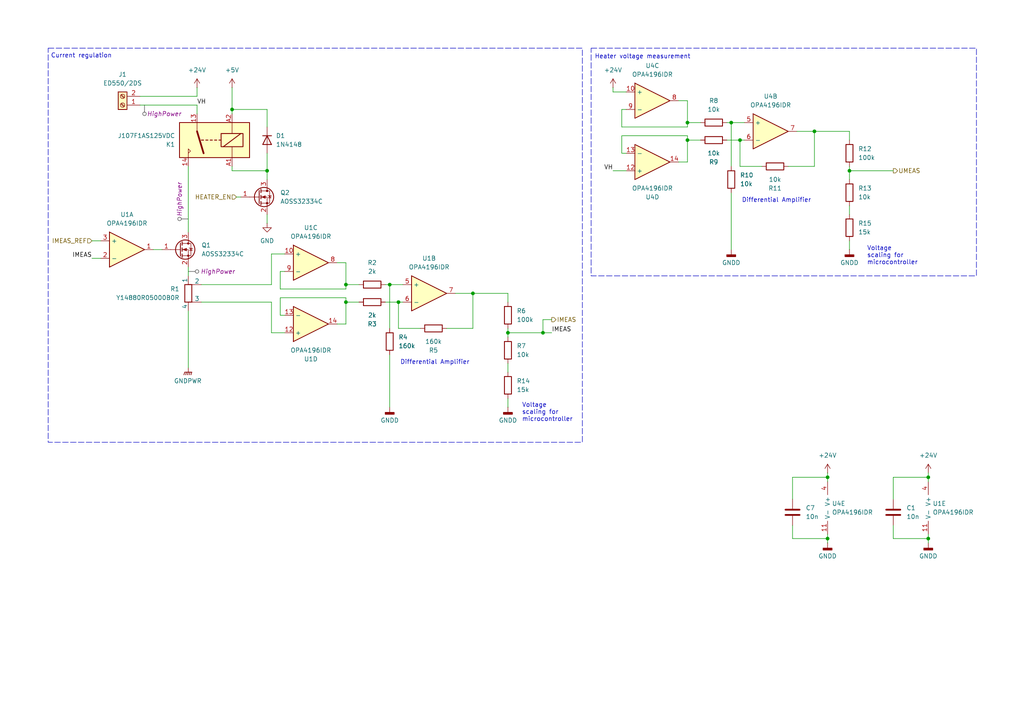
<source format=kicad_sch>
(kicad_sch (version 20231120) (generator "eeschema") (generator_version "8.0")
  (paper "A4")
  (lib_symbols
    (symbol "Connector:Screw_Terminal_01x02" (pin_names (offset 1.016) hide)
      (property "Reference" "J" (at 0 2.54 0))
      (property "Value" "Screw_Terminal_01x02" (at 0 -5.08 0))
      (symbol "Screw_Terminal_01x02_1_1"
        (rectangle (start -1.27 1.27) (end 1.27 -3.81) (stroke (width 0.254)) (fill (type background)))
        (circle (center 0 -2.54) (radius 0.635) (stroke (width 0.1524)))
        (polyline (pts (xy -0.5334 -2.2098) (xy 0.3302 -3.048)) (stroke (width 0.1524)))
        (polyline (pts (xy -0.5334 0.3302) (xy 0.3302 -0.508)) (stroke (width 0.1524)))
        (polyline (pts (xy -0.3556 -2.032) (xy 0.508 -2.8702)) (stroke (width 0.1524)))
        (polyline (pts (xy -0.3556 0.508) (xy 0.508 -0.3302)) (stroke (width 0.1524)))
        (circle (center 0 0) (radius 0.635) (stroke (width 0.1524)))
        (pin passive line (at -5.08 0 0) (length 3.81) (name "Pin_1") (number "1"))
        (pin passive line (at -5.08 -2.54 0) (length 3.81) (name "Pin_2") (number "2"))
      )
    )
    (symbol "Device:C" (pin_numbers hide) (pin_names (offset 0.254))
      (property "Reference" "C" (at 0.635 2.54 0))
      (property "Value" "C" (at 0.635 -2.54 0))
      (symbol "C_0_1"
        (polyline (pts (xy -2.032 -0.762) (xy 2.032 -0.762)) (stroke (width 0.508)))
        (polyline (pts (xy -2.032 0.762) (xy 2.032 0.762)) (stroke (width 0.508)))
      )
      (symbol "C_1_1"
        (pin passive line (at 0 3.81 270) (length 2.794) (name "~") (number "1"))
        (pin passive line (at 0 -3.81 90) (length 2.794) (name "~") (number "2"))
      )
    )
    (symbol "Device:Opamp_Quad"
      (property "Reference" "U" (at 0 5.08 0))
      (property "Value" "Opamp_Quad" (at 0 -5.08 0))
      (symbol "Opamp_Quad_1_1"
        (polyline (pts (xy -5.08 5.08) (xy 5.08 0) (xy -5.08 -5.08) (xy -5.08 5.08)) (stroke (width 0.254)) (fill (type background)))
        (pin output line (at 7.62 0 180) (length 2.54) (name "~") (number "1"))
        (pin input line (at -7.62 -2.54 0) (length 2.54) (name "-") (number "2"))
        (pin input line (at -7.62 2.54 0) (length 2.54) (name "+") (number "3"))
      )
      (symbol "Opamp_Quad_2_1"
        (polyline (pts (xy -5.08 5.08) (xy 5.08 0) (xy -5.08 -5.08) (xy -5.08 5.08)) (stroke (width 0.254)) (fill (type background)))
        (pin input line (at -7.62 2.54 0) (length 2.54) (name "+") (number "5"))
        (pin input line (at -7.62 -2.54 0) (length 2.54) (name "-") (number "6"))
        (pin output line (at 7.62 0 180) (length 2.54) (name "~") (number "7"))
      )
      (symbol "Opamp_Quad_3_1"
        (polyline (pts (xy -5.08 5.08) (xy 5.08 0) (xy -5.08 -5.08) (xy -5.08 5.08)) (stroke (width 0.254)) (fill (type background)))
        (pin input line (at -7.62 2.54 0) (length 2.54) (name "+") (number "10"))
        (pin output line (at 7.62 0 180) (length 2.54) (name "~") (number "8"))
        (pin input line (at -7.62 -2.54 0) (length 2.54) (name "-") (number "9"))
      )
      (symbol "Opamp_Quad_4_1"
        (polyline (pts (xy -5.08 5.08) (xy 5.08 0) (xy -5.08 -5.08) (xy -5.08 5.08)) (stroke (width 0.254)) (fill (type background)))
        (pin input line (at -7.62 2.54 0) (length 2.54) (name "+") (number "12"))
        (pin input line (at -7.62 -2.54 0) (length 2.54) (name "-") (number "13"))
        (pin output line (at 7.62 0 180) (length 2.54) (name "~") (number "14"))
      )
      (symbol "Opamp_Quad_5_1"
        (pin power_in line (at -2.54 -7.62 90) (length 3.81) (name "V-") (number "11"))
        (pin power_in line (at -2.54 7.62 270) (length 3.81) (name "V+") (number "4"))
      )
    )
    (symbol "Device:Q_NMOS_GSD" (pin_names (offset 0) hide)
      (property "Reference" "Q" (at 5.08 1.27 0))
      (property "Value" "Q_NMOS_GSD" (at 5.08 -1.27 0))
      (symbol "Q_NMOS_GSD_0_1"
        (polyline (pts (xy 0.254 0) (xy -2.54 0)))
        (polyline (pts (xy 0.254 1.905) (xy 0.254 -1.905)) (stroke (width 0.254)))
        (polyline (pts (xy 0.762 -1.27) (xy 0.762 -2.286)) (stroke (width 0.254)))
        (polyline (pts (xy 0.762 0.508) (xy 0.762 -0.508)) (stroke (width 0.254)))
        (polyline (pts (xy 0.762 2.286) (xy 0.762 1.27)) (stroke (width 0.254)))
        (polyline (pts (xy 2.54 2.54) (xy 2.54 1.778)))
        (polyline (pts (xy 2.54 -2.54) (xy 2.54 0) (xy 0.762 0)))
        (polyline (pts (xy 0.762 -1.778) (xy 3.302 -1.778) (xy 3.302 1.778) (xy 0.762 1.778)))
        (polyline (pts (xy 1.016 0) (xy 2.032 0.381) (xy 2.032 -0.381) (xy 1.016 0)) (fill (type outline)))
        (polyline (pts (xy 2.794 0.508) (xy 2.921 0.381) (xy 3.683 0.381) (xy 3.81 0.254)))
        (polyline (pts (xy 3.302 0.381) (xy 2.921 -0.254) (xy 3.683 -0.254) (xy 3.302 0.381)))
        (circle (center 1.651 0) (radius 2.794) (stroke (width 0.254)))
        (circle (center 2.54 -1.778) (radius 0.254) (fill (type outline)))
        (circle (center 2.54 1.778) (radius 0.254) (fill (type outline)))
      )
      (symbol "Q_NMOS_GSD_1_1"
        (pin input line (at -5.08 0 0) (length 2.54) (name "G") (number "1"))
        (pin passive line (at 2.54 -5.08 90) (length 2.54) (name "S") (number "2"))
        (pin passive line (at 2.54 5.08 270) (length 2.54) (name "D") (number "3"))
      )
    )
    (symbol "Device:R" (pin_numbers hide) (pin_names (offset 0))
      (property "Reference" "R" (at 2.032 0 90))
      (property "Value" "R" (at 0 0 90))
      (symbol "R_0_1"
        (rectangle (start -1.016 -2.54) (end 1.016 2.54) (stroke (width 0.254)))
      )
      (symbol "R_1_1"
        (pin passive line (at 0 3.81 270) (length 1.27) (name "~") (number "1"))
        (pin passive line (at 0 -3.81 90) (length 1.27) (name "~") (number "2"))
      )
    )
    (symbol "Device:R_Shunt" (pin_numbers hide) (pin_names (offset 0))
      (property "Reference" "R" (at -4.445 0 90))
      (property "Value" "R_Shunt" (at -2.54 0 90))
      (symbol "R_Shunt_0_1"
        (rectangle (start -1.016 -2.54) (end 1.016 2.54) (stroke (width 0.254)))
        (polyline (pts (xy 0 -2.54) (xy 1.27 -2.54)))
        (polyline (pts (xy 1.27 2.54) (xy 0 2.54)))
      )
      (symbol "R_Shunt_1_1"
        (pin passive line (at 0 5.08 270) (length 2.54) (name "1") (number "1"))
        (pin passive line (at 3.81 2.54 180) (length 2.54) (name "2") (number "2"))
        (pin passive line (at 3.81 -2.54 180) (length 2.54) (name "3") (number "3"))
        (pin passive line (at 0 -5.08 90) (length 2.54) (name "4") (number "4"))
      )
    )
    (symbol "Diode:1N4148" (pin_numbers hide) (pin_names hide)
      (property "Reference" "D" (at 0 2.54 0))
      (property "Value" "1N4148" (at 0 -2.54 0))
      (symbol "1N4148_0_1"
        (polyline (pts (xy -1.27 1.27) (xy -1.27 -1.27)) (stroke (width 0.254)))
        (polyline (pts (xy 1.27 0) (xy -1.27 0)))
        (polyline (pts (xy 1.27 1.27) (xy 1.27 -1.27) (xy -1.27 0) (xy 1.27 1.27)) (stroke (width 0.254)))
      )
      (symbol "1N4148_1_1"
        (pin passive line (at -3.81 0 0) (length 2.54) (name "K") (number "1"))
        (pin passive line (at 3.81 0 180) (length 2.54) (name "A") (number "2"))
      )
    )
    (symbol "Relay:Relay_SPST-NO"
      (property "Reference" "K" (at 11.43 3.81 0))
      (property "Value" "Relay_SPST-NO" (at 11.43 1.27 0))
      (symbol "Relay_SPST-NO_0_0"
        (polyline (pts (xy 7.62 5.08) (xy 7.62 2.54) (xy 6.985 3.175) (xy 7.62 3.81)))
      )
      (symbol "Relay_SPST-NO_0_1"
        (rectangle (start -10.16 5.08) (end 10.16 -5.08) (stroke (width 0.254)) (fill (type background)))
        (rectangle (start -8.255 1.905) (end -1.905 -1.905) (stroke (width 0.254)))
        (polyline (pts (xy -7.62 -1.905) (xy -2.54 1.905)) (stroke (width 0.254)))
        (polyline (pts (xy -5.08 -5.08) (xy -5.08 -1.905)))
        (polyline (pts (xy -5.08 5.08) (xy -5.08 1.905)))
        (polyline (pts (xy -1.905 0) (xy -1.27 0)) (stroke (width 0.254)))
        (polyline (pts (xy -0.635 0) (xy 0 0)) (stroke (width 0.254)))
        (polyline (pts (xy 0.635 0) (xy 1.27 0)) (stroke (width 0.254)))
        (polyline (pts (xy 1.905 0) (xy 2.54 0)) (stroke (width 0.254)))
        (polyline (pts (xy 3.175 0) (xy 3.81 0)) (stroke (width 0.254)))
        (polyline (pts (xy 5.08 -2.54) (xy 3.175 3.81)) (stroke (width 0.508)))
        (polyline (pts (xy 5.08 -2.54) (xy 5.08 -5.08)))
      )
      (symbol "Relay_SPST-NO_1_1"
        (pin passive line (at 5.08 -7.62 90) (length 2.54) (name "~") (number "13"))
        (pin passive line (at 7.62 7.62 270) (length 2.54) (name "~") (number "14"))
        (pin passive line (at -5.08 7.62 270) (length 2.54) (name "~") (number "A1"))
        (pin passive line (at -5.08 -7.62 90) (length 2.54) (name "~") (number "A2"))
      )
    )
    (symbol "power:+24V" (power) (pin_numbers hide) (pin_names (offset 0) hide)
      (property "Value" "+24V" (at 0 3.556 0))
      (symbol "+24V_0_1"
        (polyline (pts (xy -0.762 1.27) (xy 0 2.54)))
        (polyline (pts (xy 0 0) (xy 0 2.54)))
        (polyline (pts (xy 0 2.54) (xy 0.762 1.27)))
      )
      (symbol "+24V_1_1"
        (pin power_in line (at 0 0 90) (length 0) (name "~") (number "1"))
      )
    )
    (symbol "power:+5V" (power) (pin_numbers hide) (pin_names (offset 0) hide)
      (property "Value" "+5V" (at 0 3.556 0))
      (symbol "+5V_0_1"
        (polyline (pts (xy -0.762 1.27) (xy 0 2.54)))
        (polyline (pts (xy 0 0) (xy 0 2.54)))
        (polyline (pts (xy 0 2.54) (xy 0.762 1.27)))
      )
      (symbol "+5V_1_1"
        (pin power_in line (at 0 0 90) (length 0) (name "~") (number "1"))
      )
    )
    (symbol "power:GND" (power) (pin_numbers hide) (pin_names (offset 0) hide)
      (property "Value" "GND" (at 0 -3.81 0))
      (symbol "GND_0_1"
        (polyline (pts (xy 0 0) (xy 0 -1.27) (xy 1.27 -1.27) (xy 0 -2.54) (xy -1.27 -1.27) (xy 0 -1.27)))
      )
      (symbol "GND_1_1"
        (pin power_in line (at 0 0 270) (length 0) (name "~") (number "1"))
      )
    )
    (symbol "power:GNDD" (power) (pin_numbers hide) (pin_names (offset 0) hide)
      (property "Value" "GNDD" (at 0 -3.175 0))
      (symbol "GNDD_0_1"
        (rectangle (start -1.27 -1.524) (end 1.27 -2.032) (stroke (width 0.254)) (fill (type outline)))
        (polyline (pts (xy 0 0) (xy 0 -1.524)))
      )
      (symbol "GNDD_1_1"
        (pin power_in line (at 0 0 270) (length 0) (name "~") (number "1"))
      )
    )
    (symbol "power:GNDPWR" (power) (pin_numbers hide) (pin_names (offset 0) hide)
      (property "Value" "GNDPWR" (at 0 -3.302 0))
      (symbol "GNDPWR_0_1"
        (polyline (pts (xy 0 -1.27) (xy 0 0)))
        (polyline (pts (xy -1.016 -1.27) (xy -1.27 -2.032) (xy -1.27 -2.032)) (stroke (width 0.2032)))
        (polyline (pts (xy -0.508 -1.27) (xy -0.762 -2.032) (xy -0.762 -2.032)) (stroke (width 0.2032)))
        (polyline (pts (xy 0 -1.27) (xy -0.254 -2.032) (xy -0.254 -2.032)) (stroke (width 0.2032)))
        (polyline (pts (xy 0.508 -1.27) (xy 0.254 -2.032) (xy 0.254 -2.032)) (stroke (width 0.2032)))
        (polyline (pts (xy 1.016 -1.27) (xy -1.016 -1.27) (xy -1.016 -1.27)) (stroke (width 0.2032)))
        (polyline (pts (xy 1.016 -1.27) (xy 0.762 -2.032) (xy 0.762 -2.032) (xy 0.762 -2.032)) (stroke (width 0.2032)))
      )
      (symbol "GNDPWR_1_1"
        (pin power_in line (at 0 0 270) (length 0) (name "~") (number "1"))
      )
    )
  )
  (junction (at 246.38 49.53))
  (junction (at 240.03 138.43))
  (junction (at 269.24 156.21))
  (junction (at 147.32 96.52))
  (junction (at 113.03 82.55))
  (junction (at 214.63 40.64))
  (junction (at 100.33 82.55))
  (junction (at 100.33 87.63))
  (junction (at 212.09 35.56))
  (junction (at 157.48 96.52))
  (junction (at 199.39 40.64))
  (junction (at 240.03 156.21))
  (junction (at 67.31 31.75))
  (junction (at 236.22 38.1))
  (junction (at 137.16 85.09))
  (junction (at 115.57 87.63))
  (junction (at 269.24 138.43))
  (junction (at 199.39 35.56))
  (junction (at 77.47 49.53))
  (wire (pts (xy 58.42 82.55) (xy 78.74 82.55)))
  (wire (pts (xy 132.08 85.09) (xy 137.16 85.09)))
  (wire (pts (xy 147.32 96.52) (xy 157.48 96.52)))
  (wire (pts (xy 78.74 96.52) (xy 82.55 96.52)))
  (wire (pts (xy 199.39 39.37) (xy 199.39 40.64)))
  (wire (pts (xy 100.33 87.63) (xy 104.14 87.63)))
  (wire (pts (xy 54.61 48.26) (xy 54.61 67.31)))
  (wire (pts (xy 78.74 73.66) (xy 82.55 73.66)))
  (wire (pts (xy 214.63 40.64) (xy 215.9 40.64)))
  (wire (pts (xy 97.79 93.98) (xy 100.33 93.98)))
  (wire (pts (xy 58.42 87.63) (xy 78.74 87.63)))
  (wire (pts (xy 147.32 115.57) (xy 147.32 118.11)))
  (wire (pts (xy 81.28 91.44) (xy 81.28 86.36)))
  (wire (pts (xy 269.24 156.21) (xy 269.24 157.48)))
  (wire (pts (xy 157.48 96.52) (xy 160.02 96.52)))
  (wire (pts (xy 57.15 30.48) (xy 57.15 33.02)))
  (wire (pts (xy 229.87 144.78) (xy 229.87 138.43)))
  (wire (pts (xy 44.45 72.39) (xy 46.99 72.39)))
  (wire (pts (xy 180.34 44.45) (xy 180.34 39.37)))
  (wire (pts (xy 210.82 40.64) (xy 214.63 40.64)))
  (wire (pts (xy 177.8 26.67) (xy 181.61 26.67)))
  (wire (pts (xy 147.32 96.52) (xy 147.32 97.79)))
  (wire (pts (xy 231.14 38.1) (xy 236.22 38.1)))
  (wire (pts (xy 115.57 87.63) (xy 116.84 87.63)))
  (wire (pts (xy 54.61 77.47) (xy 54.61 80.01)))
  (wire (pts (xy 269.24 137.16) (xy 269.24 138.43)))
  (wire (pts (xy 212.09 35.56) (xy 215.9 35.56)))
  (wire (pts (xy 77.47 49.53) (xy 77.47 52.07)))
  (wire (pts (xy 240.03 138.43) (xy 240.03 139.7)))
  (wire (pts (xy 177.8 49.53) (xy 181.61 49.53)))
  (wire (pts (xy 100.33 82.55) (xy 100.33 76.2)))
  (wire (pts (xy 81.28 78.74) (xy 82.55 78.74)))
  (wire (pts (xy 199.39 36.83) (xy 199.39 35.56)))
  (wire (pts (xy 180.34 31.75) (xy 181.61 31.75)))
  (wire (pts (xy 81.28 83.82) (xy 100.33 83.82)))
  (wire (pts (xy 246.38 38.1) (xy 246.38 40.64)))
  (wire (pts (xy 246.38 59.69) (xy 246.38 62.23)))
  (wire (pts (xy 77.47 44.45) (xy 77.47 49.53)))
  (wire (pts (xy 113.03 102.87) (xy 113.03 118.11)))
  (wire (pts (xy 269.24 154.94) (xy 269.24 156.21)))
  (wire (pts (xy 129.54 95.25) (xy 137.16 95.25)))
  (wire (pts (xy 40.64 30.48) (xy 57.15 30.48)))
  (wire (pts (xy 269.24 138.43) (xy 269.24 139.7)))
  (wire (pts (xy 137.16 95.25) (xy 137.16 85.09)))
  (wire (pts (xy 147.32 105.41) (xy 147.32 107.95)))
  (wire (pts (xy 78.74 87.63) (xy 78.74 96.52)))
  (wire (pts (xy 111.76 87.63) (xy 115.57 87.63)))
  (wire (pts (xy 113.03 82.55) (xy 116.84 82.55)))
  (wire (pts (xy 246.38 69.85) (xy 246.38 72.39)))
  (wire (pts (xy 77.47 36.83) (xy 77.47 31.75)))
  (wire (pts (xy 177.8 26.67) (xy 177.8 25.4)))
  (wire (pts (xy 54.61 90.17) (xy 54.61 106.68)))
  (wire (pts (xy 26.67 74.93) (xy 29.21 74.93)))
  (wire (pts (xy 259.08 138.43) (xy 269.24 138.43)))
  (wire (pts (xy 259.08 144.78) (xy 259.08 138.43)))
  (wire (pts (xy 147.32 85.09) (xy 147.32 87.63)))
  (wire (pts (xy 77.47 62.23) (xy 77.47 64.77)))
  (wire (pts (xy 199.39 35.56) (xy 199.39 29.21)))
  (wire (pts (xy 67.31 25.4) (xy 67.31 31.75)))
  (wire (pts (xy 240.03 154.94) (xy 240.03 156.21)))
  (wire (pts (xy 67.31 49.53) (xy 67.31 48.26)))
  (wire (pts (xy 67.31 31.75) (xy 77.47 31.75)))
  (wire (pts (xy 67.31 49.53) (xy 77.47 49.53)))
  (wire (pts (xy 180.34 39.37) (xy 199.39 39.37)))
  (wire (pts (xy 229.87 156.21) (xy 240.03 156.21)))
  (wire (pts (xy 246.38 48.26) (xy 246.38 49.53)))
  (wire (pts (xy 212.09 55.88) (xy 212.09 72.39)))
  (wire (pts (xy 199.39 35.56) (xy 203.2 35.56)))
  (wire (pts (xy 259.08 156.21) (xy 269.24 156.21)))
  (wire (pts (xy 220.98 48.26) (xy 214.63 48.26)))
  (wire (pts (xy 121.92 95.25) (xy 115.57 95.25)))
  (wire (pts (xy 180.34 31.75) (xy 180.34 36.83)))
  (wire (pts (xy 100.33 82.55) (xy 104.14 82.55)))
  (wire (pts (xy 78.74 82.55) (xy 78.74 73.66)))
  (wire (pts (xy 100.33 86.36) (xy 100.33 87.63)))
  (wire (pts (xy 236.22 48.26) (xy 236.22 38.1)))
  (wire (pts (xy 180.34 36.83) (xy 199.39 36.83)))
  (wire (pts (xy 199.39 29.21) (xy 196.85 29.21)))
  (wire (pts (xy 214.63 48.26) (xy 214.63 40.64)))
  (wire (pts (xy 68.58 57.15) (xy 69.85 57.15)))
  (wire (pts (xy 81.28 91.44) (xy 82.55 91.44)))
  (wire (pts (xy 212.09 35.56) (xy 212.09 48.26)))
  (wire (pts (xy 160.02 92.71) (xy 157.48 92.71)))
  (wire (pts (xy 240.03 137.16) (xy 240.03 138.43)))
  (wire (pts (xy 67.31 31.75) (xy 67.31 33.02)))
  (wire (pts (xy 229.87 138.43) (xy 240.03 138.43)))
  (wire (pts (xy 210.82 35.56) (xy 212.09 35.56)))
  (wire (pts (xy 115.57 95.25) (xy 115.57 87.63)))
  (wire (pts (xy 196.85 46.99) (xy 199.39 46.99)))
  (wire (pts (xy 111.76 82.55) (xy 113.03 82.55)))
  (wire (pts (xy 157.48 92.71) (xy 157.48 96.52)))
  (wire (pts (xy 81.28 86.36) (xy 100.33 86.36)))
  (wire (pts (xy 57.15 27.94) (xy 40.64 27.94)))
  (wire (pts (xy 100.33 87.63) (xy 100.33 93.98)))
  (wire (pts (xy 26.67 69.85) (xy 29.21 69.85)))
  (wire (pts (xy 246.38 49.53) (xy 259.08 49.53)))
  (wire (pts (xy 81.28 78.74) (xy 81.28 83.82)))
  (wire (pts (xy 259.08 152.4) (xy 259.08 156.21)))
  (wire (pts (xy 57.15 25.4) (xy 57.15 27.94)))
  (wire (pts (xy 240.03 156.21) (xy 240.03 157.48)))
  (wire (pts (xy 229.87 152.4) (xy 229.87 156.21)))
  (wire (pts (xy 199.39 40.64) (xy 199.39 46.99)))
  (wire (pts (xy 147.32 95.25) (xy 147.32 96.52)))
  (wire (pts (xy 100.33 76.2) (xy 97.79 76.2)))
  (wire (pts (xy 236.22 38.1) (xy 246.38 38.1)))
  (wire (pts (xy 199.39 40.64) (xy 203.2 40.64)))
  (wire (pts (xy 228.6 48.26) (xy 236.22 48.26)))
  (wire (pts (xy 113.03 82.55) (xy 113.03 95.25)))
  (wire (pts (xy 246.38 49.53) (xy 246.38 52.07)))
  (wire (pts (xy 100.33 83.82) (xy 100.33 82.55)))
  (wire (pts (xy 137.16 85.09) (xy 147.32 85.09)))
  (wire (pts (xy 180.34 44.45) (xy 181.61 44.45)))
  (rectangle (start 13.97 13.97) (end 168.91 128.27) (stroke (width 0) (type dash)))
  (rectangle (start 171.45 13.97) (end 283.21 80.01) (stroke (width 0) (type dash)))
  (text "Differential Amplifier\n" (at 116.078 104.394 0) (effects (font (size 1.27 1.27)) (justify left top)))
  (text "Current regulation" (at 14.732 15.494 0) (effects (font (size 1.27 1.27)) (justify left top)))
  (text "Heater voltage measurement" (at 172.466 15.748 0) (effects (font (size 1.27 1.27)) (justify left top)))
  (text "Voltage\nscaling for\nmicrocontroller" (at 251.46 71.374 0) (effects (font (size 1.27 1.27)) (justify left top)))
  (text "Differential Amplifier\n" (at 215.138 57.404 0) (effects (font (size 1.27 1.27)) (justify left top)))
  (text "Voltage\nscaling for\nmicrocontroller" (at 151.384 116.84 0) (effects (font (size 1.27 1.27)) (justify left top)))
  (label "VH" (at 177.8 49.53 180))
  (label "IMEAS" (at 26.67 74.93 180))
  (label "IMEAS" (at 160.02 96.52 0))
  (label "VH" (at 57.15 30.48 0))
  (hierarchical_label "HEATER_EN" (shape input) (at 68.58 57.15 180))
  (hierarchical_label "UMEAS" (shape output) (at 259.08 49.53 0))
  (hierarchical_label "IMEAS" (shape output) (at 160.02 92.71 0))
  (hierarchical_label "IMEAS_REF" (shape input) (at 26.67 69.85 180))
  (netclass_flag "" (length 2.54) (shape round) (at 54.61 63.5 90) (property "Netclass" "HighPower" (at 52.07 62.8015 90) (effects (font (italic yes)) (justify left))))
  (netclass_flag "" (length 2.54) (shape round) (at 41.91 30.48 180) (property "Netclass" "HighPower" (at 42.6085 33.02 0) (effects (font (italic yes)) (justify left))))
  (netclass_flag "" (length 2.54) (shape round) (at 54.61 78.74 270) (property "Netclass" "HighPower" (at 58.166 78.74 0) (effects (font (italic yes)) (justify left))))
  (symbol (lib_id "Device:R") (at 212.09 52.07 0) (unit 1)
    (property "Reference" "R10" (at 214.63 50.7999 0) (effects (justify left)))
    (property "Value" "10k" (at 214.63 53.3399 0) (effects (justify left)))
    (property "Description" "Resistor" (effects (hide yes)))
  )
  (symbol (lib_id "Device:Q_NMOS_GSD") (at 52.07 72.39 0) (unit 1)
    (property "Reference" "Q1" (at 58.42 71.1199 0) (effects (justify left)))
    (property "Value" "AOSS32334C" (at 58.42 73.6599 0) (effects (justify left)))
    (property "Footprint" "Package_TO_SOT_SMD:SOT-23-3" (effects (hide yes)))
    (property "Datasheet" "https://aosmd.com/res/data_sheets/AOSS32334C.pdf" (effects (hide yes)))
    (property "Description" "N-MOSFET transistor, gate/source/drain" (effects (hide yes)))
  )
  (symbol (lib_id "power:+24V") (at 269.24 137.16 0) (unit 1)
    (property "Reference" "#PWR07" (effects (hide yes)))
    (property "Value" "+24V" (at 269.24 132.08 0))
    (property "Description" "Power symbol creates a global label with name \"+24V\"" (effects (hide yes)))
  )
  (symbol (lib_id "Device:R") (at 147.32 91.44 0) (unit 1)
    (property "Reference" "R6" (at 149.86 90.1699 0) (effects (justify left)))
    (property "Value" "100k" (at 149.86 92.7099 0) (effects (justify left)))
    (property "Description" "Resistor" (effects (hide yes)))
  )
  (symbol (lib_id "Device:C") (at 259.08 148.59 0) (unit 1)
    (property "Reference" "C1" (at 262.89 147.3199 0) (effects (justify left)))
    (property "Value" "10n" (at 262.89 149.8599 0) (effects (justify left)))
    (property "Description" "Unpolarized capacitor" (effects (hide yes)))
  )
  (symbol (lib_id "Diode:1N4148") (at 77.47 40.64 270) (unit 1)
    (property "Reference" "D1" (at 80.01 39.3699 90) (effects (justify left)))
    (property "Value" "1N4148" (at 80.01 41.9099 90) (effects (justify left)))
    (property "Footprint" "Diode_THT:D_DO-35_SOD27_P7.62mm_Horizontal" (effects (hide yes)))
    (property "Datasheet" "https://assets.nexperia.com/documents/data-sheet/1N4148_1N4448.pdf" (effects (hide yes)))
    (property "Description" "100V 0.15A standard switching diode, DO-35" (effects (hide yes)))
    (property "Sim.Device" "D" (effects (hide yes)))
    (property "Sim.Pins" "1=K 2=A" (effects (hide yes)))
  )
  (symbol (lib_id "power:+24V") (at 177.8 25.4 0) (unit 1)
    (property "Reference" "#PWR017" (effects (hide yes)))
    (property "Value" "+24V" (at 177.8 20.32 0))
    (property "Description" "Power symbol creates a global label with name \"+24V\"" (effects (hide yes)))
  )
  (symbol (lib_id "power:GND") (at 77.47 64.77 0) (unit 1)
    (property "Reference" "#PWR04" (effects (hide yes)))
    (property "Value" "GND" (at 77.47 69.85 0))
    (property "Description" "Power symbol creates a global label with name \"GND\" , ground" (effects (hide yes)))
  )
  (symbol (lib_id "power:GNDD") (at 240.03 157.48 0) (unit 1)
    (property "Reference" "#PWR020" (effects (hide yes)))
    (property "Value" "GNDD" (at 240.03 161.29 0))
    (property "Description" "Power symbol creates a global label with name \"GNDD\" , digital ground" (effects (hide yes)))
  )
  (symbol (lib_id "Device:R") (at 125.73 95.25 90) (mirror x) (unit 1)
    (property "Reference" "R5" (at 125.73 101.6 90))
    (property "Value" "160k" (at 125.73 99.06 90))
    (property "Description" "Resistor" (effects (hide yes)))
  )
  (symbol (lib_id "power:+5V") (at 67.31 25.4 0) (unit 1)
    (property "Reference" "#PWR03" (effects (hide yes)))
    (property "Value" "+5V" (at 67.31 20.32 0))
    (property "Description" "Power symbol creates a global label with name \"+5V\"" (effects (hide yes)))
  )
  (symbol (lib_id "Device:Opamp_Quad") (at 223.52 38.1 0) (unit 2)
    (property "Reference" "U4" (at 223.52 27.94 0))
    (property "Value" "OPA4196IDR" (at 223.52 30.48 0))
    (property "Footprint" "Package_SO:SOIC-14_3.9x8.7mm_P1.27mm" (effects (hide yes)))
    (property "Datasheet" "https://www.ti.com/general/docs/suppproductinfo.tsp?distId=10&gotoUrl=https%3A%2F%2Fwww.ti.com%2Flit%2Fgpn%2Fopa196" (effects (hide yes)))
    (property "Description" "Quad operational amplifier" (effects (hide yes)))
    (property "Sim.Library" "${KICAD7_SYMBOL_DIR}/Simulation_SPICE.sp" (effects (hide yes)))
    (property "Sim.Name" "kicad_builtin_opamp_quad" (effects (hide yes)))
    (property "Sim.Device" "SUBCKT" (effects (hide yes)))
    (property "Sim.Pins" "1=out1 2=in1- 3=in1+ 4=vcc 5=in2+ 6=in2- 7=out2 8=out3 9=in3- 10=in3+ 11=vee 12=in4+ 13=in4- 14=out4" (effects (hide yes)))
  )
  (symbol (lib_id "Device:R") (at 246.38 44.45 0) (unit 1)
    (property "Reference" "R12" (at 248.92 43.1799 0) (effects (justify left)))
    (property "Value" "100k" (at 248.92 45.7199 0) (effects (justify left)))
    (property "Description" "Resistor" (effects (hide yes)))
  )
  (symbol (lib_id "power:GNDD") (at 269.24 157.48 0) (unit 1)
    (property "Reference" "#PWR08" (effects (hide yes)))
    (property "Value" "GNDD" (at 269.24 161.29 0))
    (property "Description" "Power symbol creates a global label with name \"GNDD\" , digital ground" (effects (hide yes)))
  )
  (symbol (lib_id "Device:R_Shunt") (at 54.61 85.09 0) (unit 1)
    (property "Reference" "R1" (at 52.07 83.8199 0) (effects (justify right)))
    (property "Value" "Y14880R05000B0R" (at 52.07 86.3599 0) (effects (justify right)))
    (property "Description" "Shunt resistor" (effects (hide yes)))
  )
  (symbol (lib_id "power:GNDD") (at 147.32 118.11 0) (unit 1)
    (property "Reference" "#PWR06" (effects (hide yes)))
    (property "Value" "GNDD" (at 147.32 121.92 0))
    (property "Description" "Power symbol creates a global label with name \"GNDD\" , digital ground" (effects (hide yes)))
  )
  (symbol (lib_id "Device:R") (at 246.38 55.88 0) (unit 1)
    (property "Reference" "R13" (at 248.92 54.6099 0) (effects (justify left)))
    (property "Value" "10k" (at 248.92 57.1499 0) (effects (justify left)))
    (property "Description" "Resistor" (effects (hide yes)))
  )
  (symbol (lib_id "Device:R") (at 107.95 87.63 90) (mirror x) (unit 1)
    (property "Reference" "R3" (at 107.95 93.98 90))
    (property "Value" "2k" (at 107.95 91.44 90))
    (property "Description" "Resistor" (effects (hide yes)))
  )
  (symbol (lib_id "Device:R") (at 207.01 35.56 270) (mirror x) (unit 1)
    (property "Reference" "R8" (at 207.01 29.21 90))
    (property "Value" "10k" (at 207.01 31.75 90))
    (property "Description" "Resistor" (effects (hide yes)))
  )
  (symbol (lib_id "Device:Opamp_Quad") (at 271.78 147.32 0) (unit 5)
    (property "Reference" "U1" (at 270.51 146.0499 0) (effects (justify left)))
    (property "Value" "OPA4196IDR" (at 270.51 148.5899 0) (effects (justify left)))
    (property "Footprint" "Package_SO:SOIC-14_3.9x8.7mm_P1.27mm" (effects (hide yes)))
    (property "Datasheet" "https://www.ti.com/general/docs/suppproductinfo.tsp?distId=10&gotoUrl=https%3A%2F%2Fwww.ti.com%2Flit%2Fgpn%2Fopa196" (effects (hide yes)))
    (property "Description" "Quad operational amplifier" (effects (hide yes)))
    (property "Sim.Library" "${KICAD7_SYMBOL_DIR}/Simulation_SPICE.sp" (effects (hide yes)))
    (property "Sim.Name" "kicad_builtin_opamp_quad" (effects (hide yes)))
    (property "Sim.Device" "SUBCKT" (effects (hide yes)))
    (property "Sim.Pins" "1=out1 2=in1- 3=in1+ 4=vcc 5=in2+ 6=in2- 7=out2 8=out3 9=in3- 10=in3+ 11=vee 12=in4+ 13=in4- 14=out4" (effects (hide yes)))
  )
  (symbol (lib_id "Device:Opamp_Quad") (at 90.17 76.2 0) (unit 3)
    (property "Reference" "U1" (at 90.17 66.04 0))
    (property "Value" "OPA4196IDR" (at 90.17 68.58 0))
    (property "Footprint" "Package_SO:SOIC-14_3.9x8.7mm_P1.27mm" (effects (hide yes)))
    (property "Datasheet" "https://www.ti.com/general/docs/suppproductinfo.tsp?distId=10&gotoUrl=https%3A%2F%2Fwww.ti.com%2Flit%2Fgpn%2Fopa196" (effects (hide yes)))
    (property "Description" "Quad operational amplifier" (effects (hide yes)))
    (property "Sim.Library" "${KICAD7_SYMBOL_DIR}/Simulation_SPICE.sp" (effects (hide yes)))
    (property "Sim.Name" "kicad_builtin_opamp_quad" (effects (hide yes)))
    (property "Sim.Device" "SUBCKT" (effects (hide yes)))
    (property "Sim.Pins" "1=out1 2=in1- 3=in1+ 4=vcc 5=in2+ 6=in2- 7=out2 8=out3 9=in3- 10=in3+ 11=vee 12=in4+ 13=in4- 14=out4" (effects (hide yes)))
  )
  (symbol (lib_id "power:GNDD") (at 246.38 72.39 0) (unit 1)
    (property "Reference" "#PWR016" (effects (hide yes)))
    (property "Value" "GNDD" (at 246.38 76.2 0))
    (property "Description" "Power symbol creates a global label with name \"GNDD\" , digital ground" (effects (hide yes)))
  )
  (symbol (lib_id "power:GNDPWR") (at 54.61 106.68 0) (unit 1)
    (property "Reference" "#PWR02" (effects (hide yes)))
    (property "Value" "GNDPWR" (at 54.483 110.49 0))
    (property "Description" "Power symbol creates a global label with name \"GNDPWR\" , global ground" (effects (hide yes)))
  )
  (symbol (lib_id "Device:C") (at 229.87 148.59 0) (unit 1)
    (property "Reference" "C7" (at 233.68 147.3199 0) (effects (justify left)))
    (property "Value" "10n" (at 233.68 149.8599 0) (effects (justify left)))
    (property "Description" "Unpolarized capacitor" (effects (hide yes)))
  )
  (symbol (lib_id "Device:Opamp_Quad") (at 90.17 93.98 0) (mirror x) (unit 4)
    (property "Reference" "U1" (at 90.17 104.14 0))
    (property "Value" "OPA4196IDR" (at 90.17 101.6 0))
    (property "Footprint" "Package_SO:SOIC-14_3.9x8.7mm_P1.27mm" (effects (hide yes)))
    (property "Datasheet" "https://www.ti.com/general/docs/suppproductinfo.tsp?distId=10&gotoUrl=https%3A%2F%2Fwww.ti.com%2Flit%2Fgpn%2Fopa196" (effects (hide yes)))
    (property "Description" "Quad operational amplifier" (effects (hide yes)))
    (property "Sim.Library" "${KICAD7_SYMBOL_DIR}/Simulation_SPICE.sp" (effects (hide yes)))
    (property "Sim.Name" "kicad_builtin_opamp_quad" (effects (hide yes)))
    (property "Sim.Device" "SUBCKT" (effects (hide yes)))
    (property "Sim.Pins" "1=out1 2=in1- 3=in1+ 4=vcc 5=in2+ 6=in2- 7=out2 8=out3 9=in3- 10=in3+ 11=vee 12=in4+ 13=in4- 14=out4" (effects (hide yes)))
  )
  (symbol (lib_id "Device:R") (at 207.01 40.64 90) (mirror x) (unit 1)
    (property "Reference" "R9" (at 207.01 46.99 90))
    (property "Value" "10k" (at 207.01 44.45 90))
    (property "Description" "Resistor" (effects (hide yes)))
  )
  (symbol (lib_id "Device:R") (at 246.38 66.04 0) (unit 1)
    (property "Reference" "R15" (at 248.92 64.7699 0) (effects (justify left)))
    (property "Value" "15k" (at 248.92 67.3099 0) (effects (justify left)))
    (property "Description" "Resistor" (effects (hide yes)))
  )
  (symbol (lib_id "Device:Opamp_Quad") (at 189.23 29.21 0) (unit 3)
    (property "Reference" "U4" (at 189.23 19.05 0))
    (property "Value" "OPA4196IDR" (at 189.23 21.59 0))
    (property "Footprint" "Package_SO:SOIC-14_3.9x8.7mm_P1.27mm" (effects (hide yes)))
    (property "Datasheet" "https://www.ti.com/general/docs/suppproductinfo.tsp?distId=10&gotoUrl=https%3A%2F%2Fwww.ti.com%2Flit%2Fgpn%2Fopa196" (effects (hide yes)))
    (property "Description" "Quad operational amplifier" (effects (hide yes)))
    (property "Sim.Library" "${KICAD7_SYMBOL_DIR}/Simulation_SPICE.sp" (effects (hide yes)))
    (property "Sim.Name" "kicad_builtin_opamp_quad" (effects (hide yes)))
    (property "Sim.Device" "SUBCKT" (effects (hide yes)))
    (property "Sim.Pins" "1=out1 2=in1- 3=in1+ 4=vcc 5=in2+ 6=in2- 7=out2 8=out3 9=in3- 10=in3+ 11=vee 12=in4+ 13=in4- 14=out4" (effects (hide yes)))
  )
  (symbol (lib_id "Device:R") (at 224.79 48.26 90) (mirror x) (unit 1)
    (property "Reference" "R11" (at 224.79 54.61 90))
    (property "Value" "10k" (at 224.79 52.07 90))
    (property "Description" "Resistor" (effects (hide yes)))
  )
  (symbol (lib_id "Relay:Relay_SPST-NO") (at 62.23 40.64 180) (unit 1)
    (property "Reference" "K1" (at 50.8 41.9101 0) (effects (justify left)))
    (property "Value" "J107F1AS125VDC" (at 50.8 39.3701 0) (effects (justify left)))
    (property "Description" "Relay SPST, Normally Open, EN50005" (effects (hide yes)))
  )
  (symbol (lib_id "Device:R") (at 107.95 82.55 270) (mirror x) (unit 1)
    (property "Reference" "R2" (at 107.95 76.2 90))
    (property "Value" "2k" (at 107.95 78.74 90))
    (property "Description" "Resistor" (effects (hide yes)))
  )
  (symbol (lib_id "Device:Q_NMOS_GSD") (at 74.93 57.15 0) (unit 1)
    (property "Reference" "Q2" (at 81.28 55.8799 0) (effects (justify left)))
    (property "Value" "AOSS32334C" (at 81.28 58.4199 0) (effects (justify left)))
    (property "Footprint" "Package_TO_SOT_SMD:SOT-23-3" (effects (hide yes)))
    (property "Datasheet" "https://aosmd.com/res/data_sheets/AOSS32334C.pdf" (effects (hide yes)))
    (property "Description" "N-MOSFET transistor, gate/source/drain" (effects (hide yes)))
  )
  (symbol (lib_id "Device:R") (at 147.32 111.76 0) (unit 1)
    (property "Reference" "R14" (at 149.86 110.4899 0) (effects (justify left)))
    (property "Value" "15k" (at 149.86 113.0299 0) (effects (justify left)))
    (property "Description" "Resistor" (effects (hide yes)))
  )
  (symbol (lib_id "Device:Opamp_Quad") (at 124.46 85.09 0) (unit 2)
    (property "Reference" "U1" (at 124.46 74.93 0))
    (property "Value" "OPA4196IDR" (at 124.46 77.47 0))
    (property "Footprint" "Package_SO:SOIC-14_3.9x8.7mm_P1.27mm" (effects (hide yes)))
    (property "Datasheet" "https://www.ti.com/general/docs/suppproductinfo.tsp?distId=10&gotoUrl=https%3A%2F%2Fwww.ti.com%2Flit%2Fgpn%2Fopa196" (effects (hide yes)))
    (property "Description" "Quad operational amplifier" (effects (hide yes)))
    (property "Sim.Library" "${KICAD7_SYMBOL_DIR}/Simulation_SPICE.sp" (effects (hide yes)))
    (property "Sim.Name" "kicad_builtin_opamp_quad" (effects (hide yes)))
    (property "Sim.Device" "SUBCKT" (effects (hide yes)))
    (property "Sim.Pins" "1=out1 2=in1- 3=in1+ 4=vcc 5=in2+ 6=in2- 7=out2 8=out3 9=in3- 10=in3+ 11=vee 12=in4+ 13=in4- 14=out4" (effects (hide yes)))
  )
  (symbol (lib_id "Device:Opamp_Quad") (at 189.23 46.99 0) (mirror x) (unit 4)
    (property "Reference" "U4" (at 189.23 57.15 0))
    (property "Value" "OPA4196IDR" (at 189.23 54.61 0))
    (property "Footprint" "Package_SO:SOIC-14_3.9x8.7mm_P1.27mm" (effects (hide yes)))
    (property "Datasheet" "https://www.ti.com/general/docs/suppproductinfo.tsp?distId=10&gotoUrl=https%3A%2F%2Fwww.ti.com%2Flit%2Fgpn%2Fopa196" (effects (hide yes)))
    (property "Description" "Quad operational amplifier" (effects (hide yes)))
    (property "Sim.Library" "${KICAD7_SYMBOL_DIR}/Simulation_SPICE.sp" (effects (hide yes)))
    (property "Sim.Name" "kicad_builtin_opamp_quad" (effects (hide yes)))
    (property "Sim.Device" "SUBCKT" (effects (hide yes)))
    (property "Sim.Pins" "1=out1 2=in1- 3=in1+ 4=vcc 5=in2+ 6=in2- 7=out2 8=out3 9=in3- 10=in3+ 11=vee 12=in4+ 13=in4- 14=out4" (effects (hide yes)))
  )
  (symbol (lib_id "Device:R") (at 147.32 101.6 0) (unit 1)
    (property "Reference" "R7" (at 149.86 100.3299 0) (effects (justify left)))
    (property "Value" "10k" (at 149.86 102.8699 0) (effects (justify left)))
    (property "Description" "Resistor" (effects (hide yes)))
  )
  (symbol (lib_id "Device:Opamp_Quad") (at 36.83 72.39 0) (unit 1)
    (property "Reference" "U1" (at 36.83 62.23 0))
    (property "Value" "OPA4196IDR" (at 36.83 64.77 0))
    (property "Footprint" "Package_SO:SOIC-14_3.9x8.7mm_P1.27mm" (effects (hide yes)))
    (property "Datasheet" "https://www.ti.com/general/docs/suppproductinfo.tsp?distId=10&gotoUrl=https%3A%2F%2Fwww.ti.com%2Flit%2Fgpn%2Fopa196" (effects (hide yes)))
    (property "Description" "Quad operational amplifier" (effects (hide yes)))
    (property "Sim.Library" "${KICAD7_SYMBOL_DIR}/Simulation_SPICE.sp" (effects (hide yes)))
    (property "Sim.Name" "kicad_builtin_opamp_quad" (effects (hide yes)))
    (property "Sim.Device" "SUBCKT" (effects (hide yes)))
    (property "Sim.Pins" "1=out1 2=in1- 3=in1+ 4=vcc 5=in2+ 6=in2- 7=out2 8=out3 9=in3- 10=in3+ 11=vee 12=in4+ 13=in4- 14=out4" (effects (hide yes)))
  )
  (symbol (lib_id "power:+24V") (at 240.03 137.16 0) (unit 1)
    (property "Reference" "#PWR019" (effects (hide yes)))
    (property "Value" "+24V" (at 240.03 132.08 0))
    (property "Description" "Power symbol creates a global label with name \"+24V\"" (effects (hide yes)))
  )
  (symbol (lib_id "Connector:Screw_Terminal_01x02") (at 35.56 30.48 180) (unit 1)
    (property "Reference" "J1" (at 35.56 21.59 0))
    (property "Value" "ED550/2DS" (at 35.56 24.13 0))
    (property "Footprint" "Custom_TerminalBlock_OnShore:TerminalBlock_OnShore_ED550_2DS" (effects (hide yes)))
    (property "Description" "Generic screw terminal, single row, 01x02, script generated (kicad-library-utils/schlib/autogen/connector/)" (effects (hide yes)))
  )
  (symbol (lib_id "power:GNDD") (at 113.03 118.11 0) (unit 1)
    (property "Reference" "#PWR05" (effects (hide yes)))
    (property "Value" "GNDD" (at 113.03 121.92 0))
    (property "Description" "Power symbol creates a global label with name \"GNDD\" , digital ground" (effects (hide yes)))
  )
  (symbol (lib_id "power:GNDD") (at 212.09 72.39 0) (unit 1)
    (property "Reference" "#PWR015" (effects (hide yes)))
    (property "Value" "GNDD" (at 212.09 76.2 0))
    (property "Description" "Power symbol creates a global label with name \"GNDD\" , digital ground" (effects (hide yes)))
  )
  (symbol (lib_id "power:+24V") (at 57.15 25.4 0) (unit 1)
    (property "Reference" "#PWR01" (effects (hide yes)))
    (property "Value" "+24V" (at 57.15 20.32 0))
    (property "Description" "Power symbol creates a global label with name \"+24V\"" (effects (hide yes)))
  )
  (symbol (lib_id "Device:Opamp_Quad") (at 242.57 147.32 0) (unit 5)
    (property "Reference" "U4" (at 241.3 146.0499 0) (effects (justify left)))
    (property "Value" "OPA4196IDR" (at 241.3 148.5899 0) (effects (justify left)))
    (property "Footprint" "Package_SO:SOIC-14_3.9x8.7mm_P1.27mm" (effects (hide yes)))
    (property "Datasheet" "https://www.ti.com/general/docs/suppproductinfo.tsp?distId=10&gotoUrl=https%3A%2F%2Fwww.ti.com%2Flit%2Fgpn%2Fopa196" (effects (hide yes)))
    (property "Description" "Quad operational amplifier" (effects (hide yes)))
    (property "Sim.Library" "${KICAD7_SYMBOL_DIR}/Simulation_SPICE.sp" (effects (hide yes)))
    (property "Sim.Name" "kicad_builtin_opamp_quad" (effects (hide yes)))
    (property "Sim.Device" "SUBCKT" (effects (hide yes)))
    (property "Sim.Pins" "1=out1 2=in1- 3=in1+ 4=vcc 5=in2+ 6=in2- 7=out2 8=out3 9=in3- 10=in3+ 11=vee 12=in4+ 13=in4- 14=out4" (effects (hide yes)))
  )
  (symbol (lib_id "Device:R") (at 113.03 99.06 0) (unit 1)
    (property "Reference" "R4" (at 115.57 97.7899 0) (effects (justify left)))
    (property "Value" "160k" (at 115.57 100.3299 0) (effects (justify left)))
    (property "Description" "Resistor" (effects (hide yes)))
  )
)
</source>
